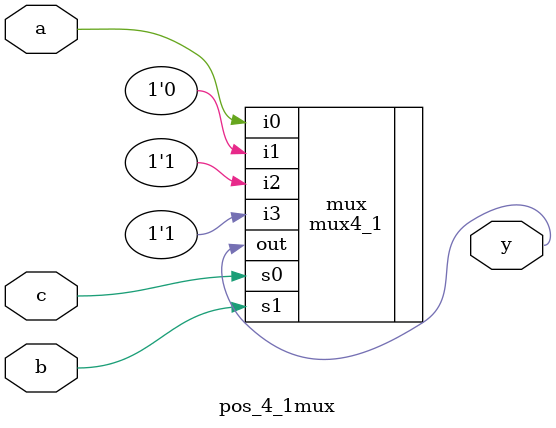
<source format=v>
`timescale 1ns / 1ps


module pos_4_1mux(input a,b,c,output y);
mux4_1 mux(.s0(c),
            .s1(b),
            .i0(a),
            .i1(1'b0),
            .i2(1'b1),
            .i3(1'b1),
             .out(y));
endmodule
</source>
